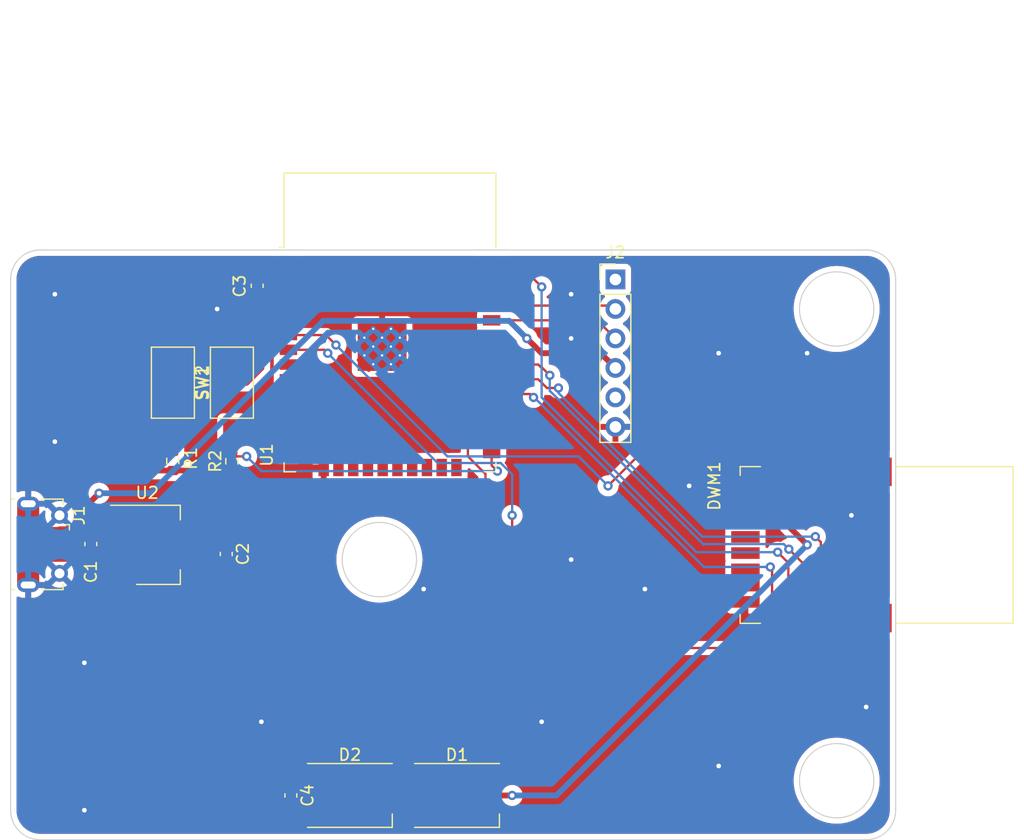
<source format=kicad_pcb>
(kicad_pcb (version 20211014) (generator pcbnew)
  (layers (0 "F.Cu" signal) (31 "B.Cu" signal) (34 "B.Paste" user) (35 "F.Paste" user) (36 "B.SilkS" user "B.Silkscreen") (37 "F.SilkS" user "F.Silkscreen") (38 "B.Mask" user) (39 "F.Mask" user) (44 "Edge.Cuts" user))
  (net 0 "")
  (net 1 "5V")
  (net 4 "DW_RST")
  (net 5 "RST")
  (net 22 "ESP_TX")
  (net 27 "ESP_RX")
  (net 28 "CTS")
  (net 32 "Net-(SW1-Pad2)")
  (net 41 "VCC")
  (net 42 "GND")
  (net 43 "SS")
  (net 44 "MOSI")
  (net 45 "MISO")
  (net 46 "CLK")
  (net 47 "DW_IRQ")
  (net 48 "Net-(U1-Pad25)")
  (net 52 "Net-(D1-Pad2)")
  (net 53 "WS_IN")
  (footprint "Package_TO_SOT_SMD:SOT-223-3_TabPin2" (layer "F.Cu") (at 101.6 88.9)
    (fp_text reference "U2" (at -0.940927 -4.482292) (layer "F.SilkS"))
    (fp_text value "LM317_SOT-223" hide)
    (fp_line (start -1.85 3.41) (end 1.91 3.41) (layer "F.SilkS") (width 0.12))
    (fp_line (start -4.1 -3.41) (end 1.91 -3.41) (layer "F.SilkS") (width 0.12))
    (fp_line (start 1.91 -3.41) (end 1.91 -2.15) (layer "F.SilkS") (width 0.12))
    (fp_line (start 1.91 3.41) (end 1.91 2.15) (layer "F.SilkS") (width 0.12))
    (pad "1" smd rect (at -3.15 -2.3) (size 2 1.5) (layers "F.Cu" "F.Paste" "F.Mask") (net 42 "GND"))
    (pad "2" smd rect (at -3.15 0) (size 2 1.5) (layers "F.Cu" "F.Paste" "F.Mask") (net 41 "VCC"))
    (pad "2" smd rect (at 3.15 0) (size 2 3.8) (layers "F.Cu" "F.Paste" "F.Mask") (net 41 "VCC"))
    (pad "3" smd rect (at -3.15 2.3) (size 2 1.5) (layers "F.Cu" "F.Paste" "F.Mask") (net 1 "5V"))
  )
  (footprint "Button_Switch_SMD:SW_SPST_CK_RS282G05A3" (layer "F.Cu") (at 107.95 74.93 90)
    (fp_text reference "SW2" (at 0 -2.6 90) (layer "F.SilkS"))
    (fp_text value "SW_Push_Open" hide)
    (fp_line (start -3.06 -1.85) (end 3.06 -1.85) (layer "F.SilkS") (width 0.12))
    (fp_line (start 3.06 1.85) (end -3.06 1.85) (layer "F.SilkS") (width 0.12))
    (fp_line (start -3.06 1.85) (end -3.06 -1.85) (layer "F.SilkS") (width 0.12))
    (fp_line (start 3.06 -1.85) (end 3.06 1.85) (layer "F.SilkS") (width 0.12))
    (pad "1" smd rect (at -3.9 0 90) (size 1.5 1.5) (layers "F.Cu" "F.Paste" "F.Mask") (net 48 "Net-(U1-Pad25)"))
    (pad "2" smd rect (at 3.9 0 90) (size 1.5 1.5) (layers "F.Cu" "F.Paste" "F.Mask") (net 42 "GND"))
  )
  (footprint "Capacitor_SMD:C_0603_1608Metric" (layer "F.Cu") (at 110.126915 66.583399 -90)
    (fp_text reference "C3" (at 0.027518 1.513456 90) (layer "F.SilkS"))
    (fp_text value "C" hide)
    (fp_line (start -0.14058 0.51) (end 0.14058 0.51) (layer "F.SilkS") (width 0.12))
    (fp_line (start -0.14058 -0.51) (end 0.14058 -0.51) (layer "F.SilkS") (width 0.12))
    (pad "1" smd roundrect (at -0.775 0 270) (size 0.9 0.95) (layers "F.Cu" "F.Paste" "F.Mask") (net 41 "VCC"))
    (pad "2" smd roundrect (at 0.775 0 270) (size 0.9 0.95) (layers "F.Cu" "F.Paste" "F.Mask") (net 42 "GND"))
  )
  (footprint "LED_SMD:LED_WS2812B_PLCC4_5.0x5.0mm_P3.2mm" (layer "F.Cu") (at 118.11 110.49)
    (fp_text reference "D2" (at 0 -3.5) (layer "F.SilkS"))
    (fp_text value "WS2812B" hide)
    (fp_line (start 3.65 2.75) (end 3.65 1.6) (layer "F.SilkS") (width 0.12))
    (fp_line (start -3.65 -2.75) (end 3.65 -2.75) (layer "F.SilkS") (width 0.12))
    (fp_line (start -3.65 2.75) (end 3.65 2.75) (layer "F.SilkS") (width 0.12))
    (pad "1" smd rect (at -2.45 -1.65) (size 1.5 0.9) (layers "F.Cu" "F.Paste" "F.Mask") (net 41 "VCC"))
    (pad "2" smd rect (at -2.45 1.65) (size 1.5 0.9) (layers "F.Cu" "F.Paste" "F.Mask"))
    (pad "3" smd rect (at 2.45 1.65) (size 1.5 0.9) (layers "F.Cu" "F.Paste" "F.Mask") (net 42 "GND"))
    (pad "4" smd rect (at 2.45 -1.65) (size 1.5 0.9) (layers "F.Cu" "F.Paste" "F.Mask") (net 52 "Net-(D1-Pad2)"))
  )
  (footprint "Connector_USB:USB_Micro-B_Molex-105017-0001" (layer "F.Cu") (at 91.651119 88.86035 -90)
    (fp_text reference "J1" (at -2.50035 -3.1125 90) (layer "F.SilkS"))
    (fp_text value "USB_B_Micro" hide)
    (fp_line (start -3.9 2.6375) (end -3.9 2.3875) (layer "F.SilkS") (width 0.12))
    (fp_line (start -3.9 -1.7625) (end -3.45 -1.7625) (layer "F.SilkS") (width 0.12))
    (fp_line (start 3.9 -1.7625) (end 3.45 -1.7625) (layer "F.SilkS") (width 0.12))
    (fp_line (start -3.9 0.0875) (end -3.9 -1.7625) (layer "F.SilkS") (width 0.12))
    (fp_line (start 3.9 2.6375) (end 3.9 2.3875) (layer "F.SilkS") (width 0.12))
    (fp_line (start 3.9 0.0875) (end 3.9 -1.7625) (layer "F.SilkS") (width 0.12))
    (fp_line (start -1.7 -2.3125) (end -1.25 -2.3125) (layer "F.SilkS") (width 0.12))
    (fp_line (start -1.7 -2.3125) (end -1.7 -1.8625) (layer "F.SilkS") (width 0.12))
    (pad "1" smd rect (at -1.3 -1.4625 270) (size 0.4 1.35) (layers "F.Cu" "F.Paste" "F.Mask") (net 1 "5V"))
    (pad "2" smd rect (at -0.65 -1.4625 270) (size 0.4 1.35) (layers "F.Cu" "F.Paste" "F.Mask"))
    (pad "3" smd rect (at 0 -1.4625 270) (size 0.4 1.35) (layers "F.Cu" "F.Paste" "F.Mask"))
    (pad "4" smd rect (at 0.65 -1.4625 270) (size 0.4 1.35) (layers "F.Cu" "F.Paste" "F.Mask"))
    (pad "5" smd rect (at 1.3 -1.4625 270) (size 0.4 1.35) (layers "F.Cu" "F.Paste" "F.Mask") (net 42 "GND"))
    (pad "6" smd rect (at -1 1.2375 270) (size 1.5 1.9) (layers "F.Cu" "F.Paste" "F.Mask") (net 42 "GND"))
    (pad "6" thru_hole circle (at 2.5 -1.4625 270) (size 1.45 1.45) (drill 0.85) (layers *.Cu *.Mask) (net 42 "GND"))
    (pad "6" smd rect (at -2.9 1.2375 270) (size 1.2 1.9) (layers "F.Cu" "F.Mask") (net 42 "GND"))
    (pad "6" thru_hole oval (at -3.5 1.2375 90) (size 1.2 1.9) (drill oval 0.6 1.3) (layers *.Cu *.Mask) (net 42 "GND"))
    (pad "6" smd rect (at 2.9 1.2375 270) (size 1.2 1.9) (layers "F.Cu" "F.Mask") (net 42 "GND"))
    (pad "6" thru_hole circle (at -2.5 -1.4625 270) (size 1.45 1.45) (drill 0.85) (layers *.Cu *.Mask) (net 42 "GND"))
    (pad "6" thru_hole oval (at 3.5 1.2375 270) (size 1.2 1.9) (drill oval 0.6 1.3) (layers *.Cu *.Mask) (net 42 "GND"))
    (pad "6" smd rect (at 1 1.2375 270) (size 1.5 1.9) (layers "F.Cu" "F.Paste" "F.Mask") (net 42 "GND"))
  )
  (footprint "Resistor_SMD:R_0603_1608Metric" (layer "F.Cu") (at 102.866178 81.672872 90)
    (fp_text reference "R1" (at 0.21394 1.561367 90) (layer "F.SilkS"))
    (fp_text value "10K" hide)
    (fp_line (start -0.237258 0.5225) (end 0.237258 0.5225) (layer "F.SilkS") (width 0.12))
    (fp_line (start -0.237258 -0.5225) (end 0.237258 -0.5225) (layer "F.SilkS") (width 0.12))
    (pad "1" smd roundrect (at -0.825 0 90) (size 0.8 0.95) (layers "F.Cu" "F.Paste" "F.Mask") (net 41 "VCC"))
    (pad "2" smd roundrect (at 0.825 0 90) (size 0.8 0.95) (layers "F.Cu" "F.Paste" "F.Mask") (net 32 "Net-(SW1-Pad2)"))
  )
  (footprint "RF_Module:ESP32-WROOM-32" (layer "F.Cu") (at 121.564435 72.727607)
    (fp_text reference "U1" (at -10.61 8.43 90) (layer "F.SilkS"))
    (fp_text value "ESP32-WROOM-32")
    (fp_line (start 9.12 9.1) (end 9.12 9.88) (layer "F.SilkS") (width 0.12))
    (fp_line (start 9.12 9.88) (end 8.12 9.88) (layer "F.SilkS") (width 0.12))
    (fp_line (start -9.12 -15.86) (end -9.12 -9.445) (layer "F.SilkS") (width 0.12))
    (fp_line (start -9.12 -15.86) (end 9.12 -15.86) (layer "F.SilkS") (width 0.12))
    (fp_line (start -9.12 -9.445) (end -9.5 -9.445) (layer "F.SilkS") (width 0.12))
    (fp_line (start -9.12 9.1) (end -9.12 9.88) (layer "F.SilkS") (width 0.12))
    (fp_line (start 9.12 -15.86) (end 9.12 -9.445) (layer "F.SilkS") (width 0.12))
    (fp_line (start -9.12 9.88) (end -8.12 9.88) (layer "F.SilkS") (width 0.12))
    (pad "1" smd rect (at -8.75 -8.25) (size 1.5 0.9) (layers "F.Cu" "F.Paste" "F.Mask") (net 42 "GND"))
    (pad "2" smd rect (at -8.75 -6.98) (size 1.5 0.9) (layers "F.Cu" "F.Paste" "F.Mask") (net 41 "VCC"))
    (pad "3" smd rect (at -8.75 -5.71) (size 1.5 0.9) (layers "F.Cu" "F.Paste" "F.Mask") (net 32 "Net-(SW1-Pad2)"))
    (pad "4" smd rect (at -8.75 -4.44) (size 1.5 0.9) (layers "F.Cu" "F.Paste" "F.Mask"))
    (pad "5" smd rect (at -8.75 -3.17) (size 1.5 0.9) (layers "F.Cu" "F.Paste" "F.Mask"))
    (pad "6" smd rect (at -8.75 -1.9) (size 1.5 0.9) (layers "F.Cu" "F.Paste" "F.Mask") (net 4 "DW_RST"))
    (pad "7" smd rect (at -8.75 -0.63) (size 1.5 0.9) (layers "F.Cu" "F.Paste" "F.Mask") (net 47 "DW_IRQ"))
    (pad "8" smd rect (at -8.75 0.64) (size 1.5 0.9) (layers "F.Cu" "F.Paste" "F.Mask"))
    (pad "9" smd rect (at -8.75 1.91) (size 1.5 0.9) (layers "F.Cu" "F.Paste" "F.Mask"))
    (pad "10" smd rect (at -8.75 3.18) (size 1.5 0.9) (layers "F.Cu" "F.Paste" "F.Mask"))
    (pad "11" smd rect (at -8.75 4.45) (size 1.5 0.9) (layers "F.Cu" "F.Paste" "F.Mask"))
    (pad "12" smd rect (at -8.75 5.72) (size 1.5 0.9) (layers "F.Cu" "F.Paste" "F.Mask"))
    (pad "13" smd rect (at -8.75 6.99) (size 1.5 0.9) (layers "F.Cu" "F.Paste" "F.Mask"))
    (pad "14" smd rect (at -8.75 8.26) (size 1.5 0.9) (layers "F.Cu" "F.Paste" "F.Mask"))
    (pad "15" smd rect (at -5.71 9.51 90) (size 1.5 0.9) (layers "F.Cu" "F.Paste" "F.Mask") (net 42 "GND"))
    (pad "16" smd rect (at -4.44 9.51 90) (size 1.5 0.9) (layers "F.Cu" "F.Paste" "F.Mask"))
    (pad "17" smd rect (at -3.17 9.51 90) (size 1.5 0.9) (layers "F.Cu" "F.Paste" "F.Mask"))
    (pad "18" smd rect (at -1.9 9.51 90) (size 1.5 0.9) (layers "F.Cu" "F.Paste" "F.Mask"))
    (pad "19" smd rect (at -0.63 9.51 90) (size 1.5 0.9) (layers "F.Cu" "F.Paste" "F.Mask"))
    (pad "20" smd rect (at 0.64 9.51 90) (size 1.5 0.9) (layers "F.Cu" "F.Paste" "F.Mask"))
    (pad "21" smd rect (at 1.91 9.51 90) (size 1.5 0.9) (layers "F.Cu" "F.Paste" "F.Mask"))
    (pad "22" smd rect (at 3.18 9.51 90) (size 1.5 0.9) (layers "F.Cu" "F.Paste" "F.Mask"))
    (pad "23" smd rect (at 4.45 9.51 90) (size 1.5 0.9) (layers "F.Cu" "F.Paste" "F.Mask"))
    (pad "24" smd rect (at 5.72 9.51 90) (size 1.5 0.9) (layers "F.Cu" "F.Paste" "F.Mask"))
    (pad "25" smd rect (at 8.75 8.26) (size 1.5 0.9) (layers "F.Cu" "F.Paste" "F.Mask") (net 48 "Net-(U1-Pad25)"))
    (pad "26" smd rect (at 8.75 6.99) (size 1.5 0.9) (layers "F.Cu" "F.Paste" "F.Mask"))
    (pad "27" smd rect (at 8.75 5.72) (size 1.5 0.9) (layers "F.Cu" "F.Paste" "F.Mask"))
    (pad "28" smd rect (at 8.75 4.45) (size 1.5 0.9) (layers "F.Cu" "F.Paste" "F.Mask") (net 53 "WS_IN"))
    (pad "29" smd rect (at 8.75 3.18) (size 1.5 0.9) (layers "F.Cu" "F.Paste" "F.Mask") (net 43 "SS"))
    (pad "30" smd rect (at 8.75 1.91) (size 1.5 0.9) (layers "F.Cu" "F.Paste" "F.Mask") (net 46 "CLK"))
    (pad "31" smd rect (at 8.75 0.64) (size 1.5 0.9) (layers "F.Cu" "F.Paste" "F.Mask") (net 45 "MISO"))
    (pad "32" smd rect (at 8.75 -0.63) (size 1.5 0.9) (layers "F.Cu" "F.Paste" "F.Mask"))
    (pad "33" smd rect (at 8.75 -1.9) (size 1.5 0.9) (layers "F.Cu" "F.Paste" "F.Mask"))
    (pad "34" smd rect (at 8.75 -3.17) (size 1.5 0.9) (layers "F.Cu" "F.Paste" "F.Mask") (net 27 "ESP_RX"))
    (pad "35" smd rect (at 8.75 -4.44) (size 1.5 0.9) (layers "F.Cu" "F.Paste" "F.Mask") (net 22 "ESP_TX"))
    (pad "36" smd rect (at 8.75 -5.71) (size 1.5 0.9) (layers "F.Cu" "F.Paste" "F.Mask"))
    (pad "37" smd rect (at 8.75 -6.98) (size 1.5 0.9) (layers "F.Cu" "F.Paste" "F.Mask") (net 44 "MOSI"))
    (pad "38" smd rect (at 8.75 -8.25) (size 1.5 0.9) (layers "F.Cu" "F.Paste" "F.Mask") (net 42 "GND"))
    (pad "39" thru_hole circle (at -1.4425 -2.435) (size 0.475 0.475) (drill 0.2) (property pad_prop_heatsink) (layers *.Cu "F.Mask") (net 42 "GND"))
    (pad "39" thru_hole circle (at -1.4425 0.615) (size 0.475 0.475) (drill 0.2) (property pad_prop_heatsink) (layers *.Cu "F.Mask") (net 42 "GND"))
    (pad "39" thru_hole circle (at -0.68 -0.1475) (size 0.475 0.475) (drill 0.2) (property pad_prop_heatsink) (layers *.Cu "F.Mask") (net 42 "GND"))
    (pad "39" smd rect (at -0.68 0.615) (size 1.05 1.05) (layers "F.Cu" "F.Paste") (net 42 "GND"))
    (pad "39" thru_hole circle (at -1.4425 -0.91) (size 0.475 0.475) (drill 0.2) (property pad_prop_heatsink) (layers *.Cu "F.Mask") (net 42 "GND"))
    (pad "39" thru_hole circle (at 0.0825 -2.435) (size 0.475 0.475) (drill 0.2) (property pad_prop_heatsink) (layers *.Cu "F.Mask") (net 42 "GND"))
    (pad "39" smd rect (at -2.205 -2.435) (size 1.05 1.05) (layers "F.Cu" "F.Paste") (net 42 "GND"))
    (pad "39" smd rect (at -0.68 -2.435) (size 1.05 1.05) (layers "F.Cu" "F.Paste") (net 42 "GND"))
    (pad "39" thru_hole circle (at -2.205 -1.6725) (size 0.475 0.475) (drill 0.2) (property pad_prop_heatsink) (layers *.Cu "F.Mask") (net 42 "GND"))
    (pad "39" smd rect (at 0.845 -0.91) (size 1.05 1.05) (layers "F.Cu" "F.Paste") (net 42 "GND"))
    (pad "39" smd rect (at -2.205 -0.91) (size 1.05 1.05) (layers "F.Cu" "F.Paste") (net 42 "GND"))
    (pad "39" smd rect (at -0.68 -0.91) (size 4.2 4.2) (layers "F.Cu" "F.Mask") (net 42 "GND"))
    (pad "39" thru_hole circle (at -2.205 -0.1475) (size 0.475 0.475) (drill 0.2) (property pad_prop_heatsink) (layers *.Cu "F.Mask") (net 42 "GND"))
    (pad "39" thru_hole circle (at -0.68 -1.6725) (size 0.475 0.475) (drill 0.2) (property pad_prop_heatsink) (layers *.Cu "F.Mask") (net 42 "GND"))
    (pad "39" thru_hole circle (at 0.845 -1.6725) (size 0.475 0.475) (drill 0.2) (property pad_prop_heatsink) (layers *.Cu "F.Mask") (net 42 "GND"))
    (pad "39" smd rect (at 0.845 -2.435) (size 1.05 1.05) (layers "F.Cu" "F.Paste") (net 42 "GND"))
    (pad "39" smd rect (at 0.845 0.615) (size 1.05 1.05) (layers "F.Cu" "F.Paste") (net 42 "GND"))
    (pad "39" thru_hole circle (at 0.0825 -0.91) (size 0.475 0.475) (drill 0.2) (property pad_prop_heatsink) (layers *.Cu "F.Mask") (net 42 "GND"))
    (pad "39" thru_hole circle (at 0.845 -0.1475) (size 0.475 0.475) (drill 0.2) (property pad_prop_heatsink) (layers *.Cu "F.Mask") (net 42 "GND"))
    (pad "39" smd rect (at -0.68 -0.91) (size 1.05 1.05) (layers "F.Cu" "F.Paste") (net 42 "GND"))
    (pad "39" thru_hole circle (at 0.0825 0.615) (size 0.475 0.475) (drill 0.2) (property pad_prop_heatsink) (layers *.Cu "F.Mask") (net 42 "GND"))
    (pad "39" smd rect (at -2.205 0.615) (size 1.05 1.05) (layers "F.Cu" "F.Paste") (net 42 "GND"))
    (zone (net 0) (net_name "") (layers "F.Cu" "In1.Cu" "B.Cu") (connect_pads (clearance 0)) (min_thickness 0.254)
      (keepout (tracks not_allowed) (vias not_allowed) (pads not_allowed) (copperpour not_allowed) (footprints not_allowed))
      (fill (thermal_gap 0.508) (thermal_bridge_width 0.508))
      (polygon (pts (xy 97.564435 62.927607) (xy 145.564435 62.927607) (xy 145.564435 41.987607) (xy 97.564435 41.987607)))
    )
  )
  (footprint "LED_SMD:LED_WS2812B_PLCC4_5.0x5.0mm_P3.2mm" (layer "F.Cu") (at 127.335 110.49)
    (fp_text reference "D1" (at 0 -3.5) (layer "F.SilkS"))
    (fp_text value "WS2812B" hide)
    (fp_line (start -3.65 -2.75) (end 3.65 -2.75) (layer "F.SilkS") (width 0.12))
    (fp_line (start 3.65 2.75) (end 3.65 1.6) (layer "F.SilkS") (width 0.12))
    (fp_line (start -3.65 2.75) (end 3.65 2.75) (layer "F.SilkS") (width 0.12))
    (pad "1" smd rect (at -2.45 -1.65) (size 1.5 0.9) (layers "F.Cu" "F.Paste" "F.Mask") (net 41 "VCC"))
    (pad "2" smd rect (at -2.45 1.65) (size 1.5 0.9) (layers "F.Cu" "F.Paste" "F.Mask") (net 52 "Net-(D1-Pad2)"))
    (pad "3" smd rect (at 2.45 1.65) (size 1.5 0.9) (layers "F.Cu" "F.Paste" "F.Mask") (net 42 "GND"))
    (pad "4" smd rect (at 2.45 -1.65) (size 1.5 0.9) (layers "F.Cu" "F.Paste" "F.Mask") (net 53 "WS_IN"))
  )
  (footprint "RF_Module:DWM1000" (layer "F.Cu") (at 163.459832 88.912203 -90)
    (fp_text reference "DWM1" (at -5.08 13.97 90) (layer "F.SilkS"))
    (fp_text value "DWM1000")
    (fp_line (start -6 11.75) (end -6.75 11.75) (layer "F.SilkS") (width 0.12))
    (fp_line (start 6 11.75) (end 6.75 11.75) (layer "F.SilkS") (width 0.12))
    (fp_line (start -6.75 -11.75) (end -6.75 -1.75) (layer "F.SilkS") (width 0.12))
    (fp_line (start -6.75 11.75) (end -6.75 10) (layer "F.SilkS") (width 0.12))
    (fp_line (start -6.75 -11.75) (end 6.75 -11.75) (layer "F.SilkS") (width 0.12))
    (fp_line (start 6.75 -11.75) (end 6.75 -1.75) (layer "F.SilkS") (width 0.12))
    (fp_line (start 6.75 11.75) (end 6.75 10) (layer "F.SilkS") (width 0.12))
    (pad "1" smd rect (at -6.3 -0.7988) (size 1 2.45) (layers "F.Cu" "F.Paste" "F.Mask"))
    (pad "2" smd rect (at -6.3 0.6012) (size 1 2.45) (layers "F.Cu" "F.Paste" "F.Mask"))
    (pad "3" smd rect (at -6.3 2.0012) (size 1 2.45) (layers "F.Cu" "F.Paste" "F.Mask") (net 4 "DW_RST"))
    (pad "4" smd rect (at -6.3 3.4012) (size 1 2.45) (layers "F.Cu" "F.Paste" "F.Mask"))
    (pad "5" smd rect (at -6.3 4.8012) (size 1 2.45) (layers "F.Cu" "F.Paste" "F.Mask") (net 41 "VCC"))
    (pad "6" smd rect (at -6.3 6.2012) (size 1 2.45) (layers "F.Cu" "F.Paste" "F.Mask") (net 41 "VCC"))
    (pad "7" smd rect (at -6.3 7.6012) (size 1 2.45) (layers "F.Cu" "F.Paste" "F.Mask") (net 41 "VCC"))
    (pad "8" smd rect (at -6.3 9.0012) (size 1 2.45) (layers "F.Cu" "F.Paste" "F.Mask") (net 42 "GND"))
    (pad "9" smd rect (at -4.9 11.2962 270) (size 1 2.45) (layers "F.Cu" "F.Paste" "F.Mask"))
    (pad "10" smd rect (at -3.5 11.2962 270) (size 1 2.45) (layers "F.Cu" "F.Paste" "F.Mask"))
    (pad "11" smd rect (at -2.1 11.2962 270) (size 1 2.45) (layers "F.Cu" "F.Paste" "F.Mask"))
    (pad "12" smd rect (at -0.7 11.2962 270) (size 1 2.45) (layers "F.Cu" "F.Paste" "F.Mask"))
    (pad "13" smd rect (at 0.7 11.2962 270) (size 1 2.45) (layers "F.Cu" "F.Paste" "F.Mask"))
    (pad "14" smd rect (at 2.1 11.2962 270) (size 1 2.45) (layers "F.Cu" "F.Paste" "F.Mask"))
    (pad "15" smd rect (at 3.5 11.2962 270) (size 1 2.45) (layers "F.Cu" "F.Paste" "F.Mask"))
    (pad "16" smd rect (at 4.9 11.2962 270) (size 1 2.45) (layers "F.Cu" "F.Paste" "F.Mask") (net 42 "GND"))
    (pad "17" smd rect (at 6.3 9) (size 1 2.45) (layers "F.Cu" "F.Paste" "F.Mask") (net 43 "SS"))
    (pad "18" smd rect (at 6.3 7.6) (size 1 2.45) (layers "F.Cu" "F.Paste" "F.Mask") (net 44 "MOSI"))
    (pad "19" smd rect (at 6.3 6.2012) (size 1 2.45) (layers "F.Cu" "F.Paste" "F.Mask") (net 45 "MISO"))
    (pad "20" smd rect (at 6.3 4.8012) (size 1 2.45) (layers "F.Cu" "F.Paste" "F.Mask") (net 46 "CLK"))
    (pad "21" smd rect (at 6.3 3.4012) (size 1 2.45) (layers "F.Cu" "F.Paste" "F.Mask") (net 42 "GND"))
    (pad "22" smd rect (at 6.3 2.0012) (size 1 2.45) (layers "F.Cu" "F.Paste" "F.Mask") (net 47 "DW_IRQ"))
    (pad "23" smd rect (at 6.3 0.6012) (size 1 2.45) (layers "F.Cu" "F.Paste" "F.Mask") (net 42 "GND"))
    (pad "24" smd rect (at 6.3 -0.7988) (size 1 2.45) (layers "F.Cu" "F.Paste" "F.Mask") (net 42 "GND"))
    (zone (net 0) (net_name "") (layers *.Cu) (connect_pads (clearance 0)) (min_thickness 0.254)
      (keepout (tracks not_allowed) (vias not_allowed) (pads not_allowed) (copperpour not_allowed) (footprints not_allowed))
      (fill (thermal_gap 0.508) (thermal_bridge_width 0.508))
      (polygon (pts (xy 164.779832 80.022203) (xy 164.779832 97.802203) (xy 176.159832 97.802203) (xy 176.159832 80.022203)))
    )
  )
  (footprint "Capacitor_SMD:C_0603_1608Metric" (layer "F.Cu") (at 113.03 110.49 -90)
    (fp_text reference "C4" (at 0 -1.43 90) (layer "F.SilkS"))
    (fp_text value "C" hide)
    (fp_line (start -0.14058 0.51) (end 0.14058 0.51) (layer "F.SilkS") (width 0.12))
    (fp_line (start -0.14058 -0.51) (end 0.14058 -0.51) (layer "F.SilkS") (width 0.12))
    (pad "1" smd roundrect (at -0.775 0 270) (size 0.9 0.95) (layers "F.Cu" "F.Paste" "F.Mask") (net 41 "VCC"))
    (pad "2" smd roundrect (at 0.775 0 270) (size 0.9 0.95) (layers "F.Cu" "F.Paste" "F.Mask") (net 42 "GND"))
  )
  (footprint "Resistor_SMD:R_0603_1608Metric" (layer "F.Cu") (at 107.95 81.7 90)
    (fp_text reference "R2" (at 0 -1.43 90) (layer "F.SilkS"))
    (fp_text value "10K")
    (fp_line (start -0.237258 0.5225) (end 0.237258 0.5225) (layer "F.SilkS") (width 0.12))
    (fp_line (start -0.237258 -0.5225) (end 0.237258 -0.5225) (layer "F.SilkS") (width 0.12))
    (pad "1" smd roundrect (at -0.825 0 90) (size 0.8 0.95) (layers "F.Cu" "F.Paste" "F.Mask") (net 41 "VCC"))
    (pad "2" smd roundrect (at 0.825 0 90) (size 0.8 0.95) (layers "F.Cu" "F.Paste" "F.Mask") (net 48 "Net-(U1-Pad25)"))
  )
  (footprint "Connector_PinHeader_2.54mm:PinHeader_1x06_P2.54mm_Vertical" (layer "F.Cu") (at 140.97 66.04)
    (fp_text reference "J2" (at 0 -2.33) (layer "F.SilkS"))
    (fp_text value "Conn_01x06")
    (fp_line (start 1.33 1.27) (end 1.33 14.03) (layer "F.SilkS") (width 0.12))
    (fp_line (start -1.33 1.27) (end 1.33 1.27) (layer "F.SilkS") (width 0.12))
    (fp_line (start -1.33 0) (end -1.33 -1.33) (layer "F.SilkS") (width 0.12))
    (fp_line (start -1.33 14.03) (end 1.33 14.03) (layer "F.SilkS") (width 0.12))
    (fp_line (start -1.33 1.27) (end -1.33 14.03) (layer "F.SilkS") (width 0.12))
    (fp_line (start -1.33 -1.33) (end 0 -1.33) (layer "F.SilkS") (width 0.12))
    (pad "1" thru_hole rect (at 0 0) (size 1.7 1.7) (drill 1) (layers *.Cu *.Mask) (net 5 "RST"))
    (pad "2" thru_hole oval (at 0 2.54) (size 1.7 1.7) (drill 1) (layers *.Cu *.Mask) (net 22 "ESP_TX"))
    (pad "3" thru_hole oval (at 0 5.08) (size 1.7 1.7) (drill 1) (layers *.Cu *.Mask) (net 27 "ESP_RX"))
    (pad "4" thru_hole oval (at 0 7.62) (size 1.7 1.7) (drill 1) (layers *.Cu *.Mask) (net 1 "5V"))
    (pad "5" thru_hole oval (at 0 10.16) (size 1.7 1.7) (drill 1) (layers *.Cu *.Mask) (net 28 "CTS"))
    (pad "6" thru_hole oval (at 0 12.7) (size 1.7 1.7) (drill 1) (layers *.Cu *.Mask) (net 42 "GND"))
  )
  (footprint "Capacitor_SMD:C_0603_1608Metric" (layer "F.Cu") (at 95.807354 88.828396 -90)
    (fp_text reference "C1" (at 2.399865 -0.00178 90) (layer "F.SilkS"))
    (fp_text value "C" hide)
    (fp_line (start -0.14058 0.51) (end 0.14058 0.51) (layer "F.SilkS") (width 0.12))
    (fp_line (start -0.14058 -0.51) (end 0.14058 -0.51) (layer "F.SilkS") (width 0.12))
    (pad "1" smd roundrect (at -0.775 0 270) (size 0.9 0.95) (layers "F.Cu" "F.Paste" "F.Mask") (net 1 "5V"))
    (pad "2" smd roundrect (at 0.775 0 270) (size 0.9 0.95) (layers "F.Cu" "F.Paste" "F.Mask") (net 42 "GND"))
  )
  (footprint "Button_Switch_SMD:SW_SPST_CK_RS282G05A3" (layer "F.Cu") (at 102.87 74.93 -90)
    (fp_text reference "SW1" (at 0 -2.6 90) (layer "F.SilkS"))
    (fp_text value "SW_Push_Open" hide)
    (fp_line (start 3.06 1.85) (end -3.06 1.85) (layer "F.SilkS") (width 0.12))
    (fp_line (start -3.06 1.85) (end -3.06 -1.85) (layer "F.SilkS") (width 0.12))
    (fp_line (start 3.06 -1.85) (end 3.06 1.85) (layer "F.SilkS") (width 0.12))
    (fp_line (start -3.06 -1.85) (end 3.06 -1.85) (layer "F.SilkS") (width 0.12))
    (pad "1" smd rect (at -3.9 0 270) (size 1.5 1.5) (layers "F.Cu" "F.Paste" "F.Mask") (net 42 "GND"))
    (pad "2" smd rect (at 3.9 0 270) (size 1.5 1.5) (layers "F.Cu" "F.Paste" "F.Mask") (net 32 "Net-(SW1-Pad2)"))
  )
  (footprint "Capacitor_SMD:C_0603_1608Metric" (layer "F.Cu") (at 107.465112 89.688591 -90)
    (fp_text reference "C2" (at 0 -1.43 90) (layer "F.SilkS"))
    (fp_text value "C")
    (fp_line (start -0.14058 -0.51) (end 0.14058 -0.51) (layer "F.SilkS") (width 0.12))
    (fp_line (start -0.14058 0.51) (end 0.14058 0.51) (layer "F.SilkS") (width 0.12))
    (pad "1" smd roundrect (at -0.775 0 270) (size 0.9 0.95) (layers "F.Cu" "F.Paste" "F.Mask") (net 41 "VCC"))
    (pad "2" smd roundrect (at 0.775 0 270) (size 0.9 0.95) (layers "F.Cu" "F.Paste" "F.Mask") (net 42 "GND"))
  )
  (gr_arc (start 91.44 114.3) (mid 89.643949 113.556051) (end 88.9 111.76) (layer "Edge.Cuts") (width 0.1))
  (gr_line (start 91.44 114.3) (end 162.56 114.3) (layer "Edge.Cuts") (width 0.1))
  (gr_arc (start 88.9 66.04) (mid 89.643949 64.243949) (end 91.44 63.5) (layer "Edge.Cuts") (width 0.1))
  (gr_circle (center 160.02 109.22) (end 163.22 109.22) (layer "Edge.Cuts") (width 0.1) (fill none))
  (gr_line (start 88.9 66.04) (end 88.9 111.76) (layer "Edge.Cuts") (width 0.1))
  (gr_arc (start 162.56 63.5) (mid 164.356051 64.243949) (end 165.1 66.04) (layer "Edge.Cuts") (width 0.1))
  (gr_arc (start 165.1 111.76) (mid 164.356051 113.556051) (end 162.56 114.3) (layer "Edge.Cuts") (width 0.1))
  (gr_circle (center 120.65 90.17) (end 123.85 90.17) (layer "Edge.Cuts") (width 0.1) (fill none))
  (gr_line (start 165.1 111.76) (end 165.1 66.04) (layer "Edge.Cuts") (width 0.1))
  (gr_circle (center 160.02 68.58) (end 163.22 68.58) (layer "Edge.Cuts") (width 0.1) (fill none))
  (gr_line (start 162.56 63.5) (end 91.44 63.5) (layer "Edge.Cuts") (width 0.1))
  (segment (start 94.68465 87.56035) (end 95.314308 87.56035) (width 0.5) (layer "F.Cu") (net 1))
  (segment (start 94.68465 86.29035) (end 94.68465 87.56035) (width 0.5) (layer "F.Cu") (net 1))
  (segment (start 134.62 72.39) (end 133.35 71.12) (width 0.5) (layer "F.Cu") (net 1))
  (segment (start 95.314308 87.56035) (end 95.807354 88.053396) (width 0.5) (layer "F.Cu") (net 1))
  (segment (start 140.97 73.66) (end 139.7 72.39) (width 0.5) (layer "F.Cu") (net 1))
  (segment (start 93.113619 87.56035) (end 94.68465 87.56035) (width 0.5) (layer "F.Cu") (net 1))
  (segment (start 98.45 91.2) (end 98.2 91.2) (width 0.5) (layer "F.Cu") (net 1))
  (segment (start 96.732354 88.978396) (end 95.807354 88.053396) (width 0.5) (layer "F.Cu") (net 1))
  (segment (start 96.732354 89.732354) (end 96.732354 88.978396) (width 0.5) (layer "F.Cu") (net 1))
  (segment (start 96.52 84.455) (end 94.68465 86.29035) (width 0.5) (layer "F.Cu") (net 1))
  (segment (start 139.7 72.39) (end 134.62 72.39) (width 0.5) (layer "F.Cu") (net 1))
  (segment (start 98.2 91.2) (end 96.732354 89.732354) (width 0.5) (layer "F.Cu") (net 1))
  (via (at 133.35 71.12) (size 0.8) (drill 0.4) (layers "F.Cu" "B.Cu") (net 1))
  (via (at 96.52 84.455) (size 0.8) (drill 0.4) (layers "F.Cu" "B.Cu") (net 1))
  (segment (start 131.835107 69.605107) (end 115.814893 69.605107) (width 0.5) (layer "B.Cu") (net 1))
  (segment (start 100.965 84.455) (end 96.52 84.455) (width 0.5) (layer "B.Cu") (net 1))
  (segment (start 133.35 71.12) (end 131.835107 69.605107) (width 0.5) (layer "B.Cu") (net 1))
  (segment (start 114.3 71.12) (end 100.965 84.455) (width 0.5) (layer "B.Cu") (net 1))
  (segment (start 115.814893 69.605107) (end 114.3 71.12) (width 0.5) (layer "B.Cu") (net 1))
  (segment (start 145.415 78.74) (end 140.335 83.82) (width 0.2) (layer "F.Cu") (net 4))
  (segment (start 112.814435 70.827607) (end 116.056117 70.827607) (width 0.2) (layer "F.Cu") (net 4))
  (segment (start 116.056117 70.827607) (end 116.911755 71.683245) (width 0.2) (layer "F.Cu") (net 4))
  (segment (start 158.75 78.74) (end 145.415 78.74) (width 0.2) (layer "F.Cu") (net 4))
  (segment (start 161.458632 82.612203) (end 161.458632 81.448632) (width 0.2) (layer "F.Cu") (net 4))
  (segment (start 161.458632 81.448632) (end 158.75 78.74) (width 0.2) (layer "F.Cu") (net 4))
  (via (at 140.335 83.82) (size 0.8) (drill 0.4) (layers "F.Cu" "B.Cu") (net 4))
  (via (at 116.911755 71.683245) (size 0.8) (drill 0.4) (layers "F.Cu" "B.Cu") (net 4))
  (segment (start 116.911755 71.683245) (end 126.50851 81.28) (width 0.2) (layer "B.Cu") (net 4))
  (segment (start 126.50851 81.28) (end 137.795 81.28) (width 0.2) (layer "B.Cu") (net 4))
  (segment (start 137.795 81.28) (end 140.335 83.82) (width 0.2) (layer "B.Cu") (net 4))
  (segment (start 140.677607 68.287607) (end 140.97 68.58) (width 0.2) (layer "F.Cu") (net 22))
  (segment (start 130.314435 68.287607) (end 140.677607 68.287607) (width 0.2) (layer "F.Cu") (net 22))
  (segment (start 139.407607 69.557607) (end 140.97 71.12) (width 0.2) (layer "F.Cu") (net 27))
  (segment (start 130.314435 69.557607) (end 139.407607 69.557607) (width 0.2) (layer "F.Cu") (net 27))
  (segment (start 105.41 76.29) (end 105.41 76.2) (width 0.5) (layer "F.Cu") (net 32))
  (segment (start 112.052393 67.017607) (end 112.814435 67.017607) (width 0.5) (layer "F.Cu") (net 32))
  (segment (start 105.41 76.2) (end 106.68 74.93) (width 0.5) (layer "F.Cu") (net 32))
  (segment (start 102.866178 80.847872) (end 102.866178 78.833822) (width 0.5) (layer "F.Cu") (net 32))
  (segment (start 109.22 74.93) (end 110.49 73.66) (width 0.5) (layer "F.Cu") (net 32))
  (segment (start 102.866178 78.833822) (end 102.87 78.83) (width 0.5) (layer "F.Cu") (net 32))
  (segment (start 106.68 74.93) (end 109.22 74.93) (width 0.5) (layer "F.Cu") (net 32))
  (segment (start 110.49 73.66) (end 110.49 68.58) (width 0.5) (layer "F.Cu") (net 32))
  (segment (start 102.87 78.83) (end 105.41 76.29) (width 0.5) (layer "F.Cu") (net 32))
  (segment (start 110.49 68.58) (end 112.052393 67.017607) (width 0.5) (layer "F.Cu") (net 32))
  (segment (start 158.658632 82.612203) (end 157.258632 82.612203) (width 0.5) (layer "F.Cu") (net 41))
  (segment (start 100.277872 82.497872) (end 102.866178 82.497872) (width 0.5) (layer "F.Cu") (net 41))
  (segment (start 155.858632 82.612203) (end 157.258632 82.612203) (width 0.5) (layer "F.Cu") (net 41))
  (segment (start 155.858632 82.612203) (end 155.858632 87.278632) (width 0.5) (layer "F.Cu") (net 41))
  (segment (start 110.187707 65.747607) (end 110.126915 65.808399) (width 0.5) (layer "F.Cu") (net 41))
  (segment (start 107.451521 88.9) (end 107.465112 88.913591) (width 0.5) (layer "F.Cu") (net 41))
  (segment (start 124.885 108.375) (end 123.19 106.68) (width 0.5) (layer "F.Cu") (net 41))
  (segment (start 132.08 110.49) (end 126.535 110.49) (width 0.5) (layer "F.Cu") (net 41))
  (segment (start 110.126915 65.808399) (end 104.371601 65.808399) (width 0.5) (layer "F.Cu") (net 41))
  (segment (start 107.465112 83.009888) (end 107.465112 88.913591) (width 0.5) (layer "F.Cu") (net 41))
  (segment (start 126.535 110.49) (end 124.885 108.84) (width 0.5) (layer "F.Cu") (net 41))
  (segment (start 102.866178 82.497872) (end 107.922872 82.497872) (width 0.5) (layer "F.Cu") (net 41))
  (segment (start 113.905 95.353479) (end 107.465112 88.913591) (width 0.5) (layer "F.Cu") (net 41))
  (segment (start 107.95 82.525) (end 107.465112 83.009888) (width 0.5) (layer "F.Cu") (net 41))
  (segment (start 104.371601 65.808399) (end 99.06 71.12) (width 0.5) (layer "F.Cu") (net 41))
  (segment (start 117.82 106.68) (end 115.66 108.84) (width 0.5) (layer "F.Cu") (net 41))
  (segment (start 113.905 108.84) (end 113.03 109.715) (width 0.5) (layer "F.Cu") (net 41))
  (segment (start 124.885 108.84) (end 124.885 108.375) (width 0.5) (layer "F.Cu") (net 41))
  (segment (start 113.905 108.84) (end 113.905 95.353479) (width 0.5) (layer "F.Cu") (net 41))
  (segment (start 99.06 81.28) (end 100.277872 82.497872) (width 0.5) (layer "F.Cu") (net 41))
  (segment (start 115.66 108.84) (end 113.905 108.84) (width 0.5) (layer "F.Cu") (net 41))
  (segment (start 104.75 88.9) (end 107.451521 88.9) (width 0.5) (layer "F.Cu") (net 41))
  (segment (start 99.06 71.12) (end 99.06 81.28) (width 0.5) (layer "F.Cu") (net 41))
  (segment (start 98.45 88.9) (end 104.75 88.9) (width 0.5) (layer "F.Cu") (net 41))
  (segment (start 155.858632 87.278632) (end 157.48 88.9) (width 0.5) (layer "F.Cu") (net 41))
  (segment (start 123.19 106.68) (end 117.82 106.68) (width 0.5) (layer "F.Cu") (net 41))
  (segment (start 112.814435 65.747607) (end 110.187707 65.747607) (width 0.5) (layer "F.Cu") (net 41))
  (segment (start 107.922872 82.497872) (end 107.95 82.525) (width 0.5) (layer "F.Cu") (net 41))
  (via (at 132.08 110.49) (size 0.8) (drill 0.4) (layers "F.Cu" "B.Cu") (net 41))
  (via (at 157.48 88.9) (size 0.8) (drill 0.4) (layers "F.Cu" "B.Cu") (net 41))
  (segment (start 135.89 110.49) (end 132.08 110.49) (width 0.5) (layer "B.Cu") (net 41))
  (segment (start 157.48 88.9) (end 135.89 110.49) (width 0.5) (layer "B.Cu") (net 41))
  (via (at 157.48 72.39) (size 0.8) (drill 0.4) (layers "F.Cu" "B.Cu") (net 42))
  (via (at 137.16 71.12) (size 0.8) (drill 0.4) (layers "F.Cu" "B.Cu") (net 42))
  (via (at 143.51 92.71) (size 0.8) (drill 0.4) (layers "F.Cu" "B.Cu") (net 42))
  (via (at 162.56 102.87) (size 0.8) (drill 0.4) (layers "F.Cu" "B.Cu") (net 42))
  (via (at 95.25 99.06) (size 0.8) (drill 0.4) (layers "F.Cu" "B.Cu") (net 42))
  (via (at 106.68 68.58) (size 0.8) (drill 0.4) (layers "F.Cu" "B.Cu") (net 42))
  (via (at 92.71 67.31) (size 0.8) (drill 0.4) (layers "F.Cu" "B.Cu") (net 42))
  (via (at 149.86 72.39) (size 0.8) (drill 0.4) (layers "F.Cu" "B.Cu") (net 42))
  (via (at 110.49 104.14) (size 0.8) (drill 0.4) (layers "F.Cu" "B.Cu") (net 42))
  (via (at 137.16 90.17) (size 0.8) (drill 0.4) (layers "F.Cu" "B.Cu") (net 42))
  (via (at 149.86 107.95) (size 0.8) (drill 0.4) (layers "F.Cu" "B.Cu") (net 42))
  (via (at 161.29 86.36) (size 0.8) (drill 0.4) (layers "F.Cu" "B.Cu") (net 42))
  (via (at 134.62 104.14) (size 0.8) (drill 0.4) (layers "F.Cu" "B.Cu") (net 42))
  (via (at 92.71 80.01) (size 0.8) (drill 0.4) (layers "F.Cu" "B.Cu") (net 42))
  (via (at 124.46 92.71) (size 0.8) (drill 0.4) (layers "F.Cu" "B.Cu") (net 42))
  (via (at 137.16 67.31) (size 0.8) (drill 0.4) (layers "F.Cu" "B.Cu") (net 42))
  (via (at 95.25 111.76) (size 0.8) (drill 0.4) (layers "F.Cu" "B.Cu") (net 42))
  (via (at 147.32 83.82) (size 0.8) (drill 0.4) (layers "F.Cu" "B.Cu") (net 42))
  (segment (start 154.459832 90.959832) (end 154.305 90.805) (width 0.2) (layer "F.Cu") (net 43))
  (segment (start 133.9205 76.2) (end 133.628107 75.907607) (width 0.2) (layer "F.Cu") (net 43))
  (segment (start 133.628107 75.907607) (end 130.314435 75.907607) (width 0.2) (layer "F.Cu") (net 43))
  (segment (start 154.459832 95.212203) (end 154.459832 90.959832) (width 0.2) (layer "F.Cu") (net 43))
  (via (at 133.9205 76.2) (size 0.8) (drill 0.4) (layers "F.Cu" "B.Cu") (net 43))
  (via (at 154.305 90.805) (size 0.8) (drill 0.4) (layers "F.Cu" "B.Cu") (net 43))
  (segment (start 133.985 76.2) (end 133.9205 76.2) (width 0.2) (layer "B.Cu") (net 43))
  (segment (start 154.305 90.805) (end 148.59 90.805) (width 0.2) (layer "B.Cu") (net 43))
  (segment (start 148.59 90.805) (end 135.89 78.105) (width 0.2) (layer "B.Cu") (net 43))
  (segment (start 135.89 78.105) (end 133.985 76.2) (width 0.2) (layer "B.Cu") (net 43))
  (segment (start 155.859832 90.454832) (end 154.94 89.535) (width 0.2) (layer "F.Cu") (net 44))
  (segment (start 155.859832 95.212203) (end 155.859832 90.454832) (width 0.2) (layer "F.Cu") (net 44))
  (segment (start 133.692607 65.747607) (end 130.314435 65.747607) (width 0.2) (layer "F.Cu") (net 44))
  (segment (start 134.62 66.675) (end 133.692607 65.747607) (width 0.2) (layer "F.Cu") (net 44))
  (via (at 134.62 66.675) (size 0.8) (drill 0.4) (layers "F.Cu" "B.Cu") (net 44))
  (via (at 154.94 89.535) (size 0.8) (drill 0.4) (layers "F.Cu" "B.Cu") (net 44))
  (segment (start 134.62 76.2) (end 134.62 66.675) (width 0.2) (layer "B.Cu") (net 44))
  (segment (start 147.955 89.535) (end 136.525 78.105) (width 0.2) (layer "B.Cu") (net 44))
  (segment (start 136.525 78.105) (end 134.62 76.2) (width 0.2) (layer "B.Cu") (net 44))
  (segment (start 154.94 89.535) (end 147.955 89.535) (width 0.2) (layer "B.Cu") (net 44))
  (segment (start 134.62 73.66) (end 134.327607 73.367607) (width 0.2) (layer "F.Cu") (net 45))
  (segment (start 134.6845 73.66) (end 134.62 73.66) (width 0.2) (layer "F.Cu") (net 45))
  (segment (start 134.327607 73.367607) (end 130.314435 73.367607) (width 0.2) (layer "F.Cu") (net 45))
  (segment (start 157.258632 90.627695) (end 155.904781 89.273844) (width 0.2) (layer "F.Cu") (net 45))
  (segment (start 157.258632 95.212203) (end 157.258632 90.627695) (width 0.2) (layer "F.Cu") (net 45))
  (segment (start 135.3195 74.295) (end 134.6845 73.66) (width 0.2) (layer "F.Cu") (net 45))
  (via (at 135.3195 74.295) (size 0.8) (drill 0.4) (layers "F.Cu" "B.Cu") (net 45))
  (via (at 155.904781 89.273844) (size 0.8) (drill 0.4) (layers "F.Cu" "B.Cu") (net 45))
  (segment (start 148.59 88.9) (end 135.3195 75.6295) (width 0.2) (layer "B.Cu") (net 45))
  (segment (start 155.465937 88.835) (end 148.655 88.835) (width 0.2) (layer "B.Cu") (net 45))
  (segment (start 148.655 88.835) (end 148.59 88.9) (width 0.2) (layer "B.Cu") (net 45))
  (segment (start 155.904781 89.273844) (end 155.465937 88.835) (width 0.2) (layer "B.Cu") (net 45))
  (segment (start 135.3195 75.6295) (end 135.3195 74.295) (width 0.2) (layer "B.Cu") (net 45))
  (segment (start 135.077878 75.387878) (end 134.327607 74.637607) (width 0.2) (layer "F.Cu") (net 46))
  (segment (start 158.658632 95.212203) (end 158.658632 88.665122) (width 0.2) (layer "F.Cu") (net 46))
  (segment (start 134.327607 74.637607) (end 130.314435 74.637607) (width 0.2) (layer "F.Cu") (net 46))
  (segment (start 136.067122 75.387878) (end 135.077878 75.387878) (width 0.2) (layer "F.Cu") (net 46))
  (segment (start 158.658632 88.665122) (end 158.186755 88.193245) (width 0.2) (layer "F.Cu") (net 46))
  (via (at 136.067122 75.387878) (size 0.8) (drill 0.4) (layers "F.Cu" "B.Cu") (net 46))
  (via (at 158.186755 88.193245) (size 0.8) (drill 0.4) (layers "F.Cu" "B.Cu") (net 46))
  (segment (start 136.067122 75.811436) (end 136.067122 75.387878) (width 0.2) (layer "B.Cu") (net 46))
  (segment (start 148.448931 88.193245) (end 142.205343 81.949657) (width 0.2) (layer "B.Cu") (net 46))
  (segment (start 142.205343 81.949657) (end 136.067122 75.811436) (width 0.2) (layer "B.Cu") (net 46))
  (segment (start 158.186755 88.193245) (end 148.448931 88.193245) (width 0.2) (layer "B.Cu") (net 46))
  (segment (start 137.795 97.79) (end 132.08 92.075) (width 0.2) (layer "F.Cu") (net 47))
  (segment (start 161.458632 96.986368) (end 160.655 97.79) (width 0.2) (layer "F.Cu") (net 47))
  (segment (start 132.08 92.075) (end 132.08 89.535) (width 0.2) (layer "F.Cu") (net 47))
  (segment (start 132.08 89.535) (end 132.08 86.36) (width 0.2) (layer "F.Cu") (net 47))
  (segment (start 161.458632 95.212203) (end 161.458632 96.986368) (width 0.2) (layer "F.Cu") (net 47))
  (segment (start 160.655 97.79) (end 137.795 97.79) (width 0.2) (layer "F.Cu") (net 47))
  (segment (start 116.205 72.39) (end 115.912607 72.097607) (width 0.2) (layer "F.Cu") (net 47))
  (segment (start 115.912607 72.097607) (end 112.814435 72.097607) (width 0.2) (layer "F.Cu") (net 47))
  (via (at 116.205 72.39) (size 0.8) (drill 0.4) (layers "F.Cu" "B.Cu") (net 47))
  (via (at 132.08 86.36) (size 0.8) (drill 0.4) (layers "F.Cu" "B.Cu") (net 47))
  (segment (start 132.08 82.83005) (end 131.09995 81.85) (width 0.2) (layer "B.Cu") (net 47))
  (segment (start 132.08 86.36) (end 132.08 82.83005) (width 0.2) (layer "B.Cu") (net 47))
  (segment (start 125.665 81.85) (end 116.205 72.39) (width 0.2) (layer "B.Cu") (net 47))
  (segment (start 131.09995 81.85) (end 125.665 81.85) (width 0.2) (layer "B.Cu") (net 47))
  (segment (start 130.314435 80.987607) (end 130.314435 82.054435) (width 0.2) (layer "F.Cu") (net 48))
  (segment (start 109.22 81.28) (end 108.355 81.28) (width 0.2) (layer "F.Cu") (net 48))
  (segment (start 108.355 81.28) (end 107.95 80.875) (width 0.2) (layer "F.Cu") (net 48))
  (segment (start 107.95 80.875) (end 107.95 78.83) (width 0.5) (layer "F.Cu") (net 48))
  (segment (start 130.314435 82.054435) (end 130.81 82.55) (width 0.2) (layer "F.Cu") (net 48))
  (via (at 130.81 82.55) (size 0.8) (drill 0.4) (layers "F.Cu" "B.Cu") (net 48))
  (via (at 109.22 81.28) (size 0.8) (drill 0.4) (layers "F.Cu" "B.Cu") (net 48))
  (segment (start 110.49 82.55) (end 109.22 81.28) (width 0.2) (layer "B.Cu") (net 48))
  (segment (start 130.81 82.55) (end 110.49 82.55) (width 0.2) (layer "B.Cu") (net 48))
  (segment (start 124.885 112.14) (end 123.86 112.14) (width 0.2) (layer "F.Cu") (net 52))
  (segment (start 123.86 112.14) (end 120.56 108.84) (width 0.2) (layer "F.Cu") (net 52))
  (segment (start 129.785 82.795) (end 128.27 81.28) (width 0.2) (layer "F.Cu") (net 53))
  (segment (start 128.27 81.28) (end 128.27 78.74) (width 0.2) (layer "F.Cu") (net 53))
  (segment (start 129.785 108.84) (end 129.785 82.795) (width 0.2) (layer "F.Cu") (net 53))
  (segment (start 128.27 78.74) (end 129.832393 77.177607) (width 0.2) (layer "F.Cu") (net 53))
  (segment (start 129.832393 77.177607) (end 130.314435 77.177607) (width 0.2) (layer "F.Cu") (net 53))
  (zone (net 42) (net_name "GND") (layers F&B.Cu) (connect_pads (clearance 0.508)) (min_thickness 0.254) (fill yes (thermal_gap 0.508) (thermal_bridge_width 0.508))
    (polygon (pts (xy 165.1 114.3) (xy 88.9 114.3) (xy 88.9 63.5) (xy 165.1 63.5)))
  )
)
</source>
